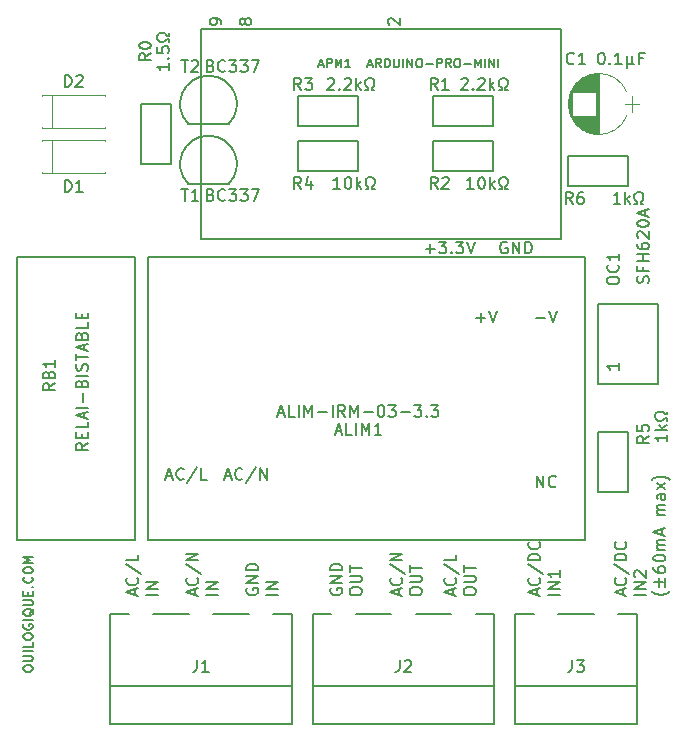
<source format=gto>
G04 #@! TF.FileFunction,Legend,Top*
%FSLAX46Y46*%
G04 Gerber Fmt 4.6, Leading zero omitted, Abs format (unit mm)*
G04 Created by KiCad (PCBNEW 4.0.6) date Thursday, 20 April 2017 'à' 14:26:24*
%MOMM*%
%LPD*%
G01*
G04 APERTURE LIST*
%ADD10C,0.100000*%
%ADD11C,0.150000*%
%ADD12C,0.120000*%
G04 APERTURE END LIST*
D10*
D11*
X75761905Y-217410713D02*
X75761905Y-217258332D01*
X75800000Y-217182141D01*
X75876190Y-217105951D01*
X76028571Y-217067856D01*
X76295238Y-217067856D01*
X76447619Y-217105951D01*
X76523810Y-217182141D01*
X76561905Y-217258332D01*
X76561905Y-217410713D01*
X76523810Y-217486903D01*
X76447619Y-217563094D01*
X76295238Y-217601189D01*
X76028571Y-217601189D01*
X75876190Y-217563094D01*
X75800000Y-217486903D01*
X75761905Y-217410713D01*
X75761905Y-216724999D02*
X76409524Y-216724999D01*
X76485714Y-216686904D01*
X76523810Y-216648808D01*
X76561905Y-216572618D01*
X76561905Y-216420237D01*
X76523810Y-216344046D01*
X76485714Y-216305951D01*
X76409524Y-216267856D01*
X75761905Y-216267856D01*
X76561905Y-215886904D02*
X75761905Y-215886904D01*
X76561905Y-215124999D02*
X76561905Y-215505952D01*
X75761905Y-215505952D01*
X75761905Y-214705952D02*
X75761905Y-214553571D01*
X75800000Y-214477380D01*
X75876190Y-214401190D01*
X76028571Y-214363095D01*
X76295238Y-214363095D01*
X76447619Y-214401190D01*
X76523810Y-214477380D01*
X76561905Y-214553571D01*
X76561905Y-214705952D01*
X76523810Y-214782142D01*
X76447619Y-214858333D01*
X76295238Y-214896428D01*
X76028571Y-214896428D01*
X75876190Y-214858333D01*
X75800000Y-214782142D01*
X75761905Y-214705952D01*
X75800000Y-213601190D02*
X75761905Y-213677381D01*
X75761905Y-213791666D01*
X75800000Y-213905952D01*
X75876190Y-213982143D01*
X75952381Y-214020238D01*
X76104762Y-214058333D01*
X76219048Y-214058333D01*
X76371429Y-214020238D01*
X76447619Y-213982143D01*
X76523810Y-213905952D01*
X76561905Y-213791666D01*
X76561905Y-213715476D01*
X76523810Y-213601190D01*
X76485714Y-213563095D01*
X76219048Y-213563095D01*
X76219048Y-213715476D01*
X76561905Y-213220238D02*
X75761905Y-213220238D01*
X76638095Y-212305952D02*
X76600000Y-212382143D01*
X76523810Y-212458333D01*
X76409524Y-212572619D01*
X76371429Y-212648810D01*
X76371429Y-212725000D01*
X76561905Y-212686905D02*
X76523810Y-212763095D01*
X76447619Y-212839286D01*
X76295238Y-212877381D01*
X76028571Y-212877381D01*
X75876190Y-212839286D01*
X75800000Y-212763095D01*
X75761905Y-212686905D01*
X75761905Y-212534524D01*
X75800000Y-212458333D01*
X75876190Y-212382143D01*
X76028571Y-212344048D01*
X76295238Y-212344048D01*
X76447619Y-212382143D01*
X76523810Y-212458333D01*
X76561905Y-212534524D01*
X76561905Y-212686905D01*
X75761905Y-212001191D02*
X76409524Y-212001191D01*
X76485714Y-211963096D01*
X76523810Y-211925000D01*
X76561905Y-211848810D01*
X76561905Y-211696429D01*
X76523810Y-211620238D01*
X76485714Y-211582143D01*
X76409524Y-211544048D01*
X75761905Y-211544048D01*
X76142857Y-211163096D02*
X76142857Y-210896429D01*
X76561905Y-210782143D02*
X76561905Y-211163096D01*
X75761905Y-211163096D01*
X75761905Y-210782143D01*
X76485714Y-210439286D02*
X76523810Y-210401191D01*
X76561905Y-210439286D01*
X76523810Y-210477381D01*
X76485714Y-210439286D01*
X76561905Y-210439286D01*
X76485714Y-209601191D02*
X76523810Y-209639286D01*
X76561905Y-209753572D01*
X76561905Y-209829762D01*
X76523810Y-209944048D01*
X76447619Y-210020239D01*
X76371429Y-210058334D01*
X76219048Y-210096429D01*
X76104762Y-210096429D01*
X75952381Y-210058334D01*
X75876190Y-210020239D01*
X75800000Y-209944048D01*
X75761905Y-209829762D01*
X75761905Y-209753572D01*
X75800000Y-209639286D01*
X75838095Y-209601191D01*
X75761905Y-209105953D02*
X75761905Y-208953572D01*
X75800000Y-208877381D01*
X75876190Y-208801191D01*
X76028571Y-208763096D01*
X76295238Y-208763096D01*
X76447619Y-208801191D01*
X76523810Y-208877381D01*
X76561905Y-208953572D01*
X76561905Y-209105953D01*
X76523810Y-209182143D01*
X76447619Y-209258334D01*
X76295238Y-209296429D01*
X76028571Y-209296429D01*
X75876190Y-209258334D01*
X75800000Y-209182143D01*
X75761905Y-209105953D01*
X76561905Y-208420239D02*
X75761905Y-208420239D01*
X76333333Y-208153572D01*
X75761905Y-207886905D01*
X76561905Y-207886905D01*
X126532667Y-211137524D02*
X126532667Y-210661333D01*
X126818381Y-211232762D02*
X125818381Y-210899429D01*
X126818381Y-210566095D01*
X126723143Y-209661333D02*
X126770762Y-209708952D01*
X126818381Y-209851809D01*
X126818381Y-209947047D01*
X126770762Y-210089905D01*
X126675524Y-210185143D01*
X126580286Y-210232762D01*
X126389810Y-210280381D01*
X126246952Y-210280381D01*
X126056476Y-210232762D01*
X125961238Y-210185143D01*
X125866000Y-210089905D01*
X125818381Y-209947047D01*
X125818381Y-209851809D01*
X125866000Y-209708952D01*
X125913619Y-209661333D01*
X125770762Y-208518476D02*
X127056476Y-209375619D01*
X126818381Y-208185143D02*
X125818381Y-208185143D01*
X125818381Y-207947048D01*
X125866000Y-207804190D01*
X125961238Y-207708952D01*
X126056476Y-207661333D01*
X126246952Y-207613714D01*
X126389810Y-207613714D01*
X126580286Y-207661333D01*
X126675524Y-207708952D01*
X126770762Y-207804190D01*
X126818381Y-207947048D01*
X126818381Y-208185143D01*
X126723143Y-206613714D02*
X126770762Y-206661333D01*
X126818381Y-206804190D01*
X126818381Y-206899428D01*
X126770762Y-207042286D01*
X126675524Y-207137524D01*
X126580286Y-207185143D01*
X126389810Y-207232762D01*
X126246952Y-207232762D01*
X126056476Y-207185143D01*
X125961238Y-207137524D01*
X125866000Y-207042286D01*
X125818381Y-206899428D01*
X125818381Y-206804190D01*
X125866000Y-206661333D01*
X125913619Y-206613714D01*
X128468381Y-211089905D02*
X127468381Y-211089905D01*
X128468381Y-210613715D02*
X127468381Y-210613715D01*
X128468381Y-210042286D01*
X127468381Y-210042286D01*
X127563619Y-209613715D02*
X127516000Y-209566096D01*
X127468381Y-209470858D01*
X127468381Y-209232762D01*
X127516000Y-209137524D01*
X127563619Y-209089905D01*
X127658857Y-209042286D01*
X127754095Y-209042286D01*
X127896952Y-209089905D01*
X128468381Y-209661334D01*
X128468381Y-209042286D01*
X130499333Y-210804190D02*
X130451714Y-210851810D01*
X130308857Y-210947048D01*
X130213619Y-210994667D01*
X130070762Y-211042286D01*
X129832667Y-211089905D01*
X129642190Y-211089905D01*
X129404095Y-211042286D01*
X129261238Y-210994667D01*
X129166000Y-210947048D01*
X129023143Y-210851810D01*
X128975524Y-210804190D01*
X129546952Y-210423238D02*
X129546952Y-209661333D01*
X129927905Y-210042285D02*
X129166000Y-210042285D01*
X130118381Y-209661333D02*
X130118381Y-210423238D01*
X129118381Y-208756571D02*
X129118381Y-208947048D01*
X129166000Y-209042286D01*
X129213619Y-209089905D01*
X129356476Y-209185143D01*
X129546952Y-209232762D01*
X129927905Y-209232762D01*
X130023143Y-209185143D01*
X130070762Y-209137524D01*
X130118381Y-209042286D01*
X130118381Y-208851809D01*
X130070762Y-208756571D01*
X130023143Y-208708952D01*
X129927905Y-208661333D01*
X129689810Y-208661333D01*
X129594571Y-208708952D01*
X129546952Y-208756571D01*
X129499333Y-208851809D01*
X129499333Y-209042286D01*
X129546952Y-209137524D01*
X129594571Y-209185143D01*
X129689810Y-209232762D01*
X129118381Y-208042286D02*
X129118381Y-207947047D01*
X129166000Y-207851809D01*
X129213619Y-207804190D01*
X129308857Y-207756571D01*
X129499333Y-207708952D01*
X129737429Y-207708952D01*
X129927905Y-207756571D01*
X130023143Y-207804190D01*
X130070762Y-207851809D01*
X130118381Y-207947047D01*
X130118381Y-208042286D01*
X130070762Y-208137524D01*
X130023143Y-208185143D01*
X129927905Y-208232762D01*
X129737429Y-208280381D01*
X129499333Y-208280381D01*
X129308857Y-208232762D01*
X129213619Y-208185143D01*
X129166000Y-208137524D01*
X129118381Y-208042286D01*
X130118381Y-207280381D02*
X129451714Y-207280381D01*
X129546952Y-207280381D02*
X129499333Y-207232762D01*
X129451714Y-207137524D01*
X129451714Y-206994666D01*
X129499333Y-206899428D01*
X129594571Y-206851809D01*
X130118381Y-206851809D01*
X129594571Y-206851809D02*
X129499333Y-206804190D01*
X129451714Y-206708952D01*
X129451714Y-206566095D01*
X129499333Y-206470857D01*
X129594571Y-206423238D01*
X130118381Y-206423238D01*
X129832667Y-205994667D02*
X129832667Y-205518476D01*
X130118381Y-206089905D02*
X129118381Y-205756572D01*
X130118381Y-205423238D01*
X130118381Y-204328000D02*
X129451714Y-204328000D01*
X129546952Y-204328000D02*
X129499333Y-204280381D01*
X129451714Y-204185143D01*
X129451714Y-204042285D01*
X129499333Y-203947047D01*
X129594571Y-203899428D01*
X130118381Y-203899428D01*
X129594571Y-203899428D02*
X129499333Y-203851809D01*
X129451714Y-203756571D01*
X129451714Y-203613714D01*
X129499333Y-203518476D01*
X129594571Y-203470857D01*
X130118381Y-203470857D01*
X130118381Y-202566095D02*
X129594571Y-202566095D01*
X129499333Y-202613714D01*
X129451714Y-202708952D01*
X129451714Y-202899429D01*
X129499333Y-202994667D01*
X130070762Y-202566095D02*
X130118381Y-202661333D01*
X130118381Y-202899429D01*
X130070762Y-202994667D01*
X129975524Y-203042286D01*
X129880286Y-203042286D01*
X129785048Y-202994667D01*
X129737429Y-202899429D01*
X129737429Y-202661333D01*
X129689810Y-202566095D01*
X130118381Y-202185143D02*
X129451714Y-201661333D01*
X129451714Y-202185143D02*
X130118381Y-201661333D01*
X130499333Y-201375619D02*
X130451714Y-201328000D01*
X130308857Y-201232762D01*
X130213619Y-201185143D01*
X130070762Y-201137524D01*
X129832667Y-201089905D01*
X129642190Y-201089905D01*
X129404095Y-201137524D01*
X129261238Y-201185143D01*
X129166000Y-201232762D01*
X129023143Y-201328000D01*
X128975524Y-201375619D01*
X119229667Y-211137524D02*
X119229667Y-210661333D01*
X119515381Y-211232762D02*
X118515381Y-210899429D01*
X119515381Y-210566095D01*
X119420143Y-209661333D02*
X119467762Y-209708952D01*
X119515381Y-209851809D01*
X119515381Y-209947047D01*
X119467762Y-210089905D01*
X119372524Y-210185143D01*
X119277286Y-210232762D01*
X119086810Y-210280381D01*
X118943952Y-210280381D01*
X118753476Y-210232762D01*
X118658238Y-210185143D01*
X118563000Y-210089905D01*
X118515381Y-209947047D01*
X118515381Y-209851809D01*
X118563000Y-209708952D01*
X118610619Y-209661333D01*
X118467762Y-208518476D02*
X119753476Y-209375619D01*
X119515381Y-208185143D02*
X118515381Y-208185143D01*
X118515381Y-207947048D01*
X118563000Y-207804190D01*
X118658238Y-207708952D01*
X118753476Y-207661333D01*
X118943952Y-207613714D01*
X119086810Y-207613714D01*
X119277286Y-207661333D01*
X119372524Y-207708952D01*
X119467762Y-207804190D01*
X119515381Y-207947048D01*
X119515381Y-208185143D01*
X119420143Y-206613714D02*
X119467762Y-206661333D01*
X119515381Y-206804190D01*
X119515381Y-206899428D01*
X119467762Y-207042286D01*
X119372524Y-207137524D01*
X119277286Y-207185143D01*
X119086810Y-207232762D01*
X118943952Y-207232762D01*
X118753476Y-207185143D01*
X118658238Y-207137524D01*
X118563000Y-207042286D01*
X118515381Y-206899428D01*
X118515381Y-206804190D01*
X118563000Y-206661333D01*
X118610619Y-206613714D01*
X121165381Y-211089905D02*
X120165381Y-211089905D01*
X121165381Y-210613715D02*
X120165381Y-210613715D01*
X121165381Y-210042286D01*
X120165381Y-210042286D01*
X121165381Y-209042286D02*
X121165381Y-209613715D01*
X121165381Y-209328001D02*
X120165381Y-209328001D01*
X120308238Y-209423239D01*
X120403476Y-209518477D01*
X120451095Y-209613715D01*
X101799000Y-210566095D02*
X101751381Y-210661333D01*
X101751381Y-210804190D01*
X101799000Y-210947048D01*
X101894238Y-211042286D01*
X101989476Y-211089905D01*
X102179952Y-211137524D01*
X102322810Y-211137524D01*
X102513286Y-211089905D01*
X102608524Y-211042286D01*
X102703762Y-210947048D01*
X102751381Y-210804190D01*
X102751381Y-210708952D01*
X102703762Y-210566095D01*
X102656143Y-210518476D01*
X102322810Y-210518476D01*
X102322810Y-210708952D01*
X102751381Y-210089905D02*
X101751381Y-210089905D01*
X102751381Y-209518476D01*
X101751381Y-209518476D01*
X102751381Y-209042286D02*
X101751381Y-209042286D01*
X101751381Y-208804191D01*
X101799000Y-208661333D01*
X101894238Y-208566095D01*
X101989476Y-208518476D01*
X102179952Y-208470857D01*
X102322810Y-208470857D01*
X102513286Y-208518476D01*
X102608524Y-208566095D01*
X102703762Y-208661333D01*
X102751381Y-208804191D01*
X102751381Y-209042286D01*
X103401381Y-210899429D02*
X103401381Y-210708952D01*
X103449000Y-210613714D01*
X103544238Y-210518476D01*
X103734714Y-210470857D01*
X104068048Y-210470857D01*
X104258524Y-210518476D01*
X104353762Y-210613714D01*
X104401381Y-210708952D01*
X104401381Y-210899429D01*
X104353762Y-210994667D01*
X104258524Y-211089905D01*
X104068048Y-211137524D01*
X103734714Y-211137524D01*
X103544238Y-211089905D01*
X103449000Y-210994667D01*
X103401381Y-210899429D01*
X103401381Y-210042286D02*
X104210905Y-210042286D01*
X104306143Y-209994667D01*
X104353762Y-209947048D01*
X104401381Y-209851810D01*
X104401381Y-209661333D01*
X104353762Y-209566095D01*
X104306143Y-209518476D01*
X104210905Y-209470857D01*
X103401381Y-209470857D01*
X103401381Y-209137524D02*
X103401381Y-208566095D01*
X104401381Y-208851810D02*
X103401381Y-208851810D01*
X107545667Y-211137524D02*
X107545667Y-210661333D01*
X107831381Y-211232762D02*
X106831381Y-210899429D01*
X107831381Y-210566095D01*
X107736143Y-209661333D02*
X107783762Y-209708952D01*
X107831381Y-209851809D01*
X107831381Y-209947047D01*
X107783762Y-210089905D01*
X107688524Y-210185143D01*
X107593286Y-210232762D01*
X107402810Y-210280381D01*
X107259952Y-210280381D01*
X107069476Y-210232762D01*
X106974238Y-210185143D01*
X106879000Y-210089905D01*
X106831381Y-209947047D01*
X106831381Y-209851809D01*
X106879000Y-209708952D01*
X106926619Y-209661333D01*
X106783762Y-208518476D02*
X108069476Y-209375619D01*
X107831381Y-208185143D02*
X106831381Y-208185143D01*
X107831381Y-207613714D01*
X106831381Y-207613714D01*
X108481381Y-210899429D02*
X108481381Y-210708952D01*
X108529000Y-210613714D01*
X108624238Y-210518476D01*
X108814714Y-210470857D01*
X109148048Y-210470857D01*
X109338524Y-210518476D01*
X109433762Y-210613714D01*
X109481381Y-210708952D01*
X109481381Y-210899429D01*
X109433762Y-210994667D01*
X109338524Y-211089905D01*
X109148048Y-211137524D01*
X108814714Y-211137524D01*
X108624238Y-211089905D01*
X108529000Y-210994667D01*
X108481381Y-210899429D01*
X108481381Y-210042286D02*
X109290905Y-210042286D01*
X109386143Y-209994667D01*
X109433762Y-209947048D01*
X109481381Y-209851810D01*
X109481381Y-209661333D01*
X109433762Y-209566095D01*
X109386143Y-209518476D01*
X109290905Y-209470857D01*
X108481381Y-209470857D01*
X108481381Y-209137524D02*
X108481381Y-208566095D01*
X109481381Y-208851810D02*
X108481381Y-208851810D01*
X112117667Y-211137524D02*
X112117667Y-210661333D01*
X112403381Y-211232762D02*
X111403381Y-210899429D01*
X112403381Y-210566095D01*
X112308143Y-209661333D02*
X112355762Y-209708952D01*
X112403381Y-209851809D01*
X112403381Y-209947047D01*
X112355762Y-210089905D01*
X112260524Y-210185143D01*
X112165286Y-210232762D01*
X111974810Y-210280381D01*
X111831952Y-210280381D01*
X111641476Y-210232762D01*
X111546238Y-210185143D01*
X111451000Y-210089905D01*
X111403381Y-209947047D01*
X111403381Y-209851809D01*
X111451000Y-209708952D01*
X111498619Y-209661333D01*
X111355762Y-208518476D02*
X112641476Y-209375619D01*
X112403381Y-207708952D02*
X112403381Y-208185143D01*
X111403381Y-208185143D01*
X113053381Y-210899429D02*
X113053381Y-210708952D01*
X113101000Y-210613714D01*
X113196238Y-210518476D01*
X113386714Y-210470857D01*
X113720048Y-210470857D01*
X113910524Y-210518476D01*
X114005762Y-210613714D01*
X114053381Y-210708952D01*
X114053381Y-210899429D01*
X114005762Y-210994667D01*
X113910524Y-211089905D01*
X113720048Y-211137524D01*
X113386714Y-211137524D01*
X113196238Y-211089905D01*
X113101000Y-210994667D01*
X113053381Y-210899429D01*
X113053381Y-210042286D02*
X113862905Y-210042286D01*
X113958143Y-209994667D01*
X114005762Y-209947048D01*
X114053381Y-209851810D01*
X114053381Y-209661333D01*
X114005762Y-209566095D01*
X113958143Y-209518476D01*
X113862905Y-209470857D01*
X113053381Y-209470857D01*
X113053381Y-209137524D02*
X113053381Y-208566095D01*
X114053381Y-208851810D02*
X113053381Y-208851810D01*
X94687000Y-210566095D02*
X94639381Y-210661333D01*
X94639381Y-210804190D01*
X94687000Y-210947048D01*
X94782238Y-211042286D01*
X94877476Y-211089905D01*
X95067952Y-211137524D01*
X95210810Y-211137524D01*
X95401286Y-211089905D01*
X95496524Y-211042286D01*
X95591762Y-210947048D01*
X95639381Y-210804190D01*
X95639381Y-210708952D01*
X95591762Y-210566095D01*
X95544143Y-210518476D01*
X95210810Y-210518476D01*
X95210810Y-210708952D01*
X95639381Y-210089905D02*
X94639381Y-210089905D01*
X95639381Y-209518476D01*
X94639381Y-209518476D01*
X95639381Y-209042286D02*
X94639381Y-209042286D01*
X94639381Y-208804191D01*
X94687000Y-208661333D01*
X94782238Y-208566095D01*
X94877476Y-208518476D01*
X95067952Y-208470857D01*
X95210810Y-208470857D01*
X95401286Y-208518476D01*
X95496524Y-208566095D01*
X95591762Y-208661333D01*
X95639381Y-208804191D01*
X95639381Y-209042286D01*
X97289381Y-211089905D02*
X96289381Y-211089905D01*
X97289381Y-210613715D02*
X96289381Y-210613715D01*
X97289381Y-210042286D01*
X96289381Y-210042286D01*
X90273667Y-211137524D02*
X90273667Y-210661333D01*
X90559381Y-211232762D02*
X89559381Y-210899429D01*
X90559381Y-210566095D01*
X90464143Y-209661333D02*
X90511762Y-209708952D01*
X90559381Y-209851809D01*
X90559381Y-209947047D01*
X90511762Y-210089905D01*
X90416524Y-210185143D01*
X90321286Y-210232762D01*
X90130810Y-210280381D01*
X89987952Y-210280381D01*
X89797476Y-210232762D01*
X89702238Y-210185143D01*
X89607000Y-210089905D01*
X89559381Y-209947047D01*
X89559381Y-209851809D01*
X89607000Y-209708952D01*
X89654619Y-209661333D01*
X89511762Y-208518476D02*
X90797476Y-209375619D01*
X90559381Y-208185143D02*
X89559381Y-208185143D01*
X90559381Y-207613714D01*
X89559381Y-207613714D01*
X92209381Y-211089905D02*
X91209381Y-211089905D01*
X92209381Y-210613715D02*
X91209381Y-210613715D01*
X92209381Y-210042286D01*
X91209381Y-210042286D01*
X85193667Y-211137524D02*
X85193667Y-210661333D01*
X85479381Y-211232762D02*
X84479381Y-210899429D01*
X85479381Y-210566095D01*
X85384143Y-209661333D02*
X85431762Y-209708952D01*
X85479381Y-209851809D01*
X85479381Y-209947047D01*
X85431762Y-210089905D01*
X85336524Y-210185143D01*
X85241286Y-210232762D01*
X85050810Y-210280381D01*
X84907952Y-210280381D01*
X84717476Y-210232762D01*
X84622238Y-210185143D01*
X84527000Y-210089905D01*
X84479381Y-209947047D01*
X84479381Y-209851809D01*
X84527000Y-209708952D01*
X84574619Y-209661333D01*
X84431762Y-208518476D02*
X85717476Y-209375619D01*
X85479381Y-207708952D02*
X85479381Y-208185143D01*
X84479381Y-208185143D01*
X87129381Y-211089905D02*
X86129381Y-211089905D01*
X87129381Y-210613715D02*
X86129381Y-210613715D01*
X87129381Y-210042286D01*
X86129381Y-210042286D01*
X99060000Y-168910000D02*
X104140000Y-168910000D01*
X104140000Y-168910000D02*
X104140000Y-171450000D01*
X104140000Y-171450000D02*
X99060000Y-171450000D01*
X99060000Y-171450000D02*
X99060000Y-168910000D01*
X85725000Y-174625000D02*
X85725000Y-169545000D01*
X85725000Y-169545000D02*
X88265000Y-169545000D01*
X88265000Y-169545000D02*
X88265000Y-174625000D01*
X88265000Y-174625000D02*
X85725000Y-174625000D01*
X124460000Y-193270000D02*
X129540000Y-193270000D01*
X129540000Y-193270000D02*
X129540000Y-186460000D01*
X129540000Y-186460000D02*
X124460000Y-186460000D01*
X124460000Y-186460000D02*
X124460000Y-193270000D01*
X117395000Y-212715000D02*
X117395000Y-222075000D01*
X117395000Y-222075000D02*
X127715000Y-222075000D01*
X127715000Y-222075000D02*
X127715000Y-212715000D01*
X117395000Y-212715000D02*
X118965000Y-212715000D01*
X127715000Y-212715000D02*
X126145000Y-212715000D01*
X121065000Y-212715000D02*
X124045000Y-212715000D01*
X117395000Y-218795000D02*
X127715000Y-218795000D01*
X100250000Y-212715000D02*
X100250000Y-222075000D01*
X100250000Y-222075000D02*
X115650000Y-222075000D01*
X115650000Y-222075000D02*
X115650000Y-212715000D01*
X100250000Y-212715000D02*
X101820000Y-212715000D01*
X115650000Y-212715000D02*
X114080000Y-212715000D01*
X103920000Y-212715000D02*
X106900000Y-212715000D01*
X109000000Y-212715000D02*
X111980000Y-212715000D01*
X100250000Y-218795000D02*
X115650000Y-218795000D01*
X83105000Y-212715000D02*
X83105000Y-222075000D01*
X83105000Y-222075000D02*
X98505000Y-222075000D01*
X98505000Y-222075000D02*
X98505000Y-212715000D01*
X83105000Y-212715000D02*
X84675000Y-212715000D01*
X98505000Y-212715000D02*
X96935000Y-212715000D01*
X86775000Y-212715000D02*
X89755000Y-212715000D01*
X91855000Y-212715000D02*
X94835000Y-212715000D01*
X83105000Y-218795000D02*
X98505000Y-218795000D01*
X121285000Y-163195000D02*
X121285000Y-180975000D01*
X121285000Y-180975000D02*
X90805000Y-180975000D01*
X90805000Y-180975000D02*
X90805000Y-163195000D01*
X90805000Y-163195000D02*
X121285000Y-163195000D01*
D12*
X77350000Y-172710000D02*
X77350000Y-172580000D01*
X77350000Y-172580000D02*
X82670000Y-172580000D01*
X82670000Y-172580000D02*
X82670000Y-172710000D01*
X77350000Y-175270000D02*
X77350000Y-175400000D01*
X77350000Y-175400000D02*
X82670000Y-175400000D01*
X82670000Y-175400000D02*
X82670000Y-175270000D01*
X78190000Y-172580000D02*
X78190000Y-175400000D01*
D11*
X86360000Y-182500000D02*
X123360000Y-182500000D01*
X123360000Y-182500000D02*
X123360000Y-206500000D01*
X123360000Y-206500000D02*
X86360000Y-206500000D01*
X86360000Y-206500000D02*
X86360000Y-182500000D01*
D12*
X122083137Y-170526400D02*
G75*
G03X126877436Y-170525000I2396863J981400D01*
G01*
X122083137Y-168563600D02*
G75*
G02X126877436Y-168565000I2396863J-981400D01*
G01*
X122083137Y-168563600D02*
G75*
G03X122082564Y-170525000I2396863J-981400D01*
G01*
X124480000Y-172095000D02*
X124480000Y-166995000D01*
X124440000Y-172095000D02*
X124440000Y-166995000D01*
X124400000Y-172094000D02*
X124400000Y-166996000D01*
X124360000Y-172093000D02*
X124360000Y-166997000D01*
X124320000Y-172091000D02*
X124320000Y-166999000D01*
X124280000Y-172088000D02*
X124280000Y-167002000D01*
X124240000Y-172084000D02*
X124240000Y-167006000D01*
X124200000Y-172080000D02*
X124200000Y-170525000D01*
X124200000Y-168565000D02*
X124200000Y-167010000D01*
X124160000Y-172076000D02*
X124160000Y-170525000D01*
X124160000Y-168565000D02*
X124160000Y-167014000D01*
X124120000Y-172070000D02*
X124120000Y-170525000D01*
X124120000Y-168565000D02*
X124120000Y-167020000D01*
X124080000Y-172064000D02*
X124080000Y-170525000D01*
X124080000Y-168565000D02*
X124080000Y-167026000D01*
X124040000Y-172058000D02*
X124040000Y-170525000D01*
X124040000Y-168565000D02*
X124040000Y-167032000D01*
X124000000Y-172051000D02*
X124000000Y-170525000D01*
X124000000Y-168565000D02*
X124000000Y-167039000D01*
X123960000Y-172043000D02*
X123960000Y-170525000D01*
X123960000Y-168565000D02*
X123960000Y-167047000D01*
X123920000Y-172034000D02*
X123920000Y-170525000D01*
X123920000Y-168565000D02*
X123920000Y-167056000D01*
X123880000Y-172025000D02*
X123880000Y-170525000D01*
X123880000Y-168565000D02*
X123880000Y-167065000D01*
X123840000Y-172015000D02*
X123840000Y-170525000D01*
X123840000Y-168565000D02*
X123840000Y-167075000D01*
X123800000Y-172005000D02*
X123800000Y-170525000D01*
X123800000Y-168565000D02*
X123800000Y-167085000D01*
X123759000Y-171993000D02*
X123759000Y-170525000D01*
X123759000Y-168565000D02*
X123759000Y-167097000D01*
X123719000Y-171981000D02*
X123719000Y-170525000D01*
X123719000Y-168565000D02*
X123719000Y-167109000D01*
X123679000Y-171969000D02*
X123679000Y-170525000D01*
X123679000Y-168565000D02*
X123679000Y-167121000D01*
X123639000Y-171955000D02*
X123639000Y-170525000D01*
X123639000Y-168565000D02*
X123639000Y-167135000D01*
X123599000Y-171941000D02*
X123599000Y-170525000D01*
X123599000Y-168565000D02*
X123599000Y-167149000D01*
X123559000Y-171927000D02*
X123559000Y-170525000D01*
X123559000Y-168565000D02*
X123559000Y-167163000D01*
X123519000Y-171911000D02*
X123519000Y-170525000D01*
X123519000Y-168565000D02*
X123519000Y-167179000D01*
X123479000Y-171895000D02*
X123479000Y-170525000D01*
X123479000Y-168565000D02*
X123479000Y-167195000D01*
X123439000Y-171878000D02*
X123439000Y-170525000D01*
X123439000Y-168565000D02*
X123439000Y-167212000D01*
X123399000Y-171860000D02*
X123399000Y-170525000D01*
X123399000Y-168565000D02*
X123399000Y-167230000D01*
X123359000Y-171841000D02*
X123359000Y-170525000D01*
X123359000Y-168565000D02*
X123359000Y-167249000D01*
X123319000Y-171821000D02*
X123319000Y-170525000D01*
X123319000Y-168565000D02*
X123319000Y-167269000D01*
X123279000Y-171801000D02*
X123279000Y-170525000D01*
X123279000Y-168565000D02*
X123279000Y-167289000D01*
X123239000Y-171779000D02*
X123239000Y-170525000D01*
X123239000Y-168565000D02*
X123239000Y-167311000D01*
X123199000Y-171757000D02*
X123199000Y-170525000D01*
X123199000Y-168565000D02*
X123199000Y-167333000D01*
X123159000Y-171734000D02*
X123159000Y-170525000D01*
X123159000Y-168565000D02*
X123159000Y-167356000D01*
X123119000Y-171710000D02*
X123119000Y-170525000D01*
X123119000Y-168565000D02*
X123119000Y-167380000D01*
X123079000Y-171685000D02*
X123079000Y-170525000D01*
X123079000Y-168565000D02*
X123079000Y-167405000D01*
X123039000Y-171658000D02*
X123039000Y-170525000D01*
X123039000Y-168565000D02*
X123039000Y-167432000D01*
X122999000Y-171631000D02*
X122999000Y-170525000D01*
X122999000Y-168565000D02*
X122999000Y-167459000D01*
X122959000Y-171603000D02*
X122959000Y-170525000D01*
X122959000Y-168565000D02*
X122959000Y-167487000D01*
X122919000Y-171573000D02*
X122919000Y-170525000D01*
X122919000Y-168565000D02*
X122919000Y-167517000D01*
X122879000Y-171542000D02*
X122879000Y-170525000D01*
X122879000Y-168565000D02*
X122879000Y-167548000D01*
X122839000Y-171510000D02*
X122839000Y-170525000D01*
X122839000Y-168565000D02*
X122839000Y-167580000D01*
X122799000Y-171477000D02*
X122799000Y-170525000D01*
X122799000Y-168565000D02*
X122799000Y-167613000D01*
X122759000Y-171442000D02*
X122759000Y-170525000D01*
X122759000Y-168565000D02*
X122759000Y-167648000D01*
X122719000Y-171406000D02*
X122719000Y-170525000D01*
X122719000Y-168565000D02*
X122719000Y-167684000D01*
X122679000Y-171368000D02*
X122679000Y-170525000D01*
X122679000Y-168565000D02*
X122679000Y-167722000D01*
X122639000Y-171328000D02*
X122639000Y-170525000D01*
X122639000Y-168565000D02*
X122639000Y-167762000D01*
X122599000Y-171287000D02*
X122599000Y-170525000D01*
X122599000Y-168565000D02*
X122599000Y-167803000D01*
X122559000Y-171244000D02*
X122559000Y-170525000D01*
X122559000Y-168565000D02*
X122559000Y-167846000D01*
X122519000Y-171199000D02*
X122519000Y-170525000D01*
X122519000Y-168565000D02*
X122519000Y-167891000D01*
X122479000Y-171151000D02*
X122479000Y-170525000D01*
X122479000Y-168565000D02*
X122479000Y-167939000D01*
X122439000Y-171101000D02*
X122439000Y-170525000D01*
X122439000Y-168565000D02*
X122439000Y-167989000D01*
X122399000Y-171049000D02*
X122399000Y-170525000D01*
X122399000Y-168565000D02*
X122399000Y-168041000D01*
X122359000Y-170993000D02*
X122359000Y-170525000D01*
X122359000Y-168565000D02*
X122359000Y-168097000D01*
X122319000Y-170935000D02*
X122319000Y-170525000D01*
X122319000Y-168565000D02*
X122319000Y-168155000D01*
X122279000Y-170872000D02*
X122279000Y-170525000D01*
X122279000Y-168565000D02*
X122279000Y-168218000D01*
X122239000Y-170806000D02*
X122239000Y-168284000D01*
X122199000Y-170734000D02*
X122199000Y-168356000D01*
X122159000Y-170657000D02*
X122159000Y-168433000D01*
X122119000Y-170573000D02*
X122119000Y-168517000D01*
X122079000Y-170479000D02*
X122079000Y-168611000D01*
X122039000Y-170374000D02*
X122039000Y-168716000D01*
X121999000Y-170252000D02*
X121999000Y-168838000D01*
X121959000Y-170104000D02*
X121959000Y-168986000D01*
X121919000Y-169899000D02*
X121919000Y-169191000D01*
X127930000Y-169545000D02*
X126730000Y-169545000D01*
X127330000Y-170195000D02*
X127330000Y-168895000D01*
X77350000Y-168900000D02*
X77350000Y-168770000D01*
X77350000Y-168770000D02*
X82670000Y-168770000D01*
X82670000Y-168770000D02*
X82670000Y-168900000D01*
X77350000Y-171460000D02*
X77350000Y-171590000D01*
X77350000Y-171590000D02*
X82670000Y-171590000D01*
X82670000Y-171590000D02*
X82670000Y-171460000D01*
X78190000Y-168770000D02*
X78190000Y-171590000D01*
D11*
X115570000Y-171450000D02*
X110490000Y-171450000D01*
X110490000Y-171450000D02*
X110490000Y-168910000D01*
X110490000Y-168910000D02*
X115570000Y-168910000D01*
X115570000Y-168910000D02*
X115570000Y-171450000D01*
X115570000Y-175260000D02*
X110490000Y-175260000D01*
X110490000Y-175260000D02*
X110490000Y-172720000D01*
X110490000Y-172720000D02*
X115570000Y-172720000D01*
X115570000Y-172720000D02*
X115570000Y-175260000D01*
X99060000Y-172720000D02*
X104140000Y-172720000D01*
X104140000Y-172720000D02*
X104140000Y-175260000D01*
X104140000Y-175260000D02*
X99060000Y-175260000D01*
X99060000Y-175260000D02*
X99060000Y-172720000D01*
X124460000Y-202438000D02*
X124460000Y-197358000D01*
X124460000Y-197358000D02*
X127000000Y-197358000D01*
X127000000Y-197358000D02*
X127000000Y-202438000D01*
X127000000Y-202438000D02*
X124460000Y-202438000D01*
X121920000Y-173990000D02*
X127000000Y-173990000D01*
X127000000Y-173990000D02*
X127000000Y-176530000D01*
X127000000Y-176530000D02*
X121920000Y-176530000D01*
X121920000Y-176530000D02*
X121920000Y-173990000D01*
X85250000Y-182500000D02*
X75250000Y-182500000D01*
X85250000Y-182500000D02*
X85250000Y-206500000D01*
X85250000Y-206500000D02*
X75250000Y-206500000D01*
X75250000Y-206500000D02*
X75250000Y-182500000D01*
X89740000Y-176325000D02*
X93140000Y-176325000D01*
X89742944Y-176322056D02*
G75*
G02X91440000Y-172225000I1697056J1697056D01*
G01*
X93137056Y-176322056D02*
G75*
G03X91440000Y-172225000I-1697056J1697056D01*
G01*
X89740000Y-171245000D02*
X93140000Y-171245000D01*
X89742944Y-171242056D02*
G75*
G02X91440000Y-167145000I1697056J1697056D01*
G01*
X93137056Y-171242056D02*
G75*
G03X91440000Y-167145000I-1697056J1697056D01*
G01*
X99274334Y-168346381D02*
X98941000Y-167870190D01*
X98702905Y-168346381D02*
X98702905Y-167346381D01*
X99083858Y-167346381D01*
X99179096Y-167394000D01*
X99226715Y-167441619D01*
X99274334Y-167536857D01*
X99274334Y-167679714D01*
X99226715Y-167774952D01*
X99179096Y-167822571D01*
X99083858Y-167870190D01*
X98702905Y-167870190D01*
X99607667Y-167346381D02*
X100226715Y-167346381D01*
X99893381Y-167727333D01*
X100036239Y-167727333D01*
X100131477Y-167774952D01*
X100179096Y-167822571D01*
X100226715Y-167917810D01*
X100226715Y-168155905D01*
X100179096Y-168251143D01*
X100131477Y-168298762D01*
X100036239Y-168346381D01*
X99750524Y-168346381D01*
X99655286Y-168298762D01*
X99607667Y-168251143D01*
X101528810Y-167441619D02*
X101576429Y-167394000D01*
X101671667Y-167346381D01*
X101909763Y-167346381D01*
X102005001Y-167394000D01*
X102052620Y-167441619D01*
X102100239Y-167536857D01*
X102100239Y-167632095D01*
X102052620Y-167774952D01*
X101481191Y-168346381D01*
X102100239Y-168346381D01*
X102528810Y-168251143D02*
X102576429Y-168298762D01*
X102528810Y-168346381D01*
X102481191Y-168298762D01*
X102528810Y-168251143D01*
X102528810Y-168346381D01*
X102957381Y-167441619D02*
X103005000Y-167394000D01*
X103100238Y-167346381D01*
X103338334Y-167346381D01*
X103433572Y-167394000D01*
X103481191Y-167441619D01*
X103528810Y-167536857D01*
X103528810Y-167632095D01*
X103481191Y-167774952D01*
X102909762Y-168346381D01*
X103528810Y-168346381D01*
X103957381Y-168346381D02*
X103957381Y-167346381D01*
X104052619Y-167965429D02*
X104338334Y-168346381D01*
X104338334Y-167679714D02*
X103957381Y-168060667D01*
X104719286Y-168346381D02*
X104957381Y-168346381D01*
X104957381Y-168155905D01*
X104862143Y-168108286D01*
X104766905Y-168013048D01*
X104719286Y-167870190D01*
X104719286Y-167632095D01*
X104766905Y-167489238D01*
X104862143Y-167394000D01*
X105005000Y-167346381D01*
X105195477Y-167346381D01*
X105338334Y-167394000D01*
X105433572Y-167489238D01*
X105481191Y-167632095D01*
X105481191Y-167870190D01*
X105433572Y-168013048D01*
X105338334Y-168108286D01*
X105243096Y-168155905D01*
X105243096Y-168346381D01*
X105481191Y-168346381D01*
X86558381Y-165266666D02*
X86082190Y-165600000D01*
X86558381Y-165838095D02*
X85558381Y-165838095D01*
X85558381Y-165457142D01*
X85606000Y-165361904D01*
X85653619Y-165314285D01*
X85748857Y-165266666D01*
X85891714Y-165266666D01*
X85986952Y-165314285D01*
X86034571Y-165361904D01*
X86082190Y-165457142D01*
X86082190Y-165838095D01*
X85558381Y-164647619D02*
X85558381Y-164552380D01*
X85606000Y-164457142D01*
X85653619Y-164409523D01*
X85748857Y-164361904D01*
X85939333Y-164314285D01*
X86177429Y-164314285D01*
X86367905Y-164361904D01*
X86463143Y-164409523D01*
X86510762Y-164457142D01*
X86558381Y-164552380D01*
X86558381Y-164647619D01*
X86510762Y-164742857D01*
X86463143Y-164790476D01*
X86367905Y-164838095D01*
X86177429Y-164885714D01*
X85939333Y-164885714D01*
X85748857Y-164838095D01*
X85653619Y-164790476D01*
X85606000Y-164742857D01*
X85558381Y-164647619D01*
X88082381Y-166099999D02*
X88082381Y-166671428D01*
X88082381Y-166385714D02*
X87082381Y-166385714D01*
X87225238Y-166480952D01*
X87320476Y-166576190D01*
X87368095Y-166671428D01*
X87987143Y-165671428D02*
X88034762Y-165623809D01*
X88082381Y-165671428D01*
X88034762Y-165719047D01*
X87987143Y-165671428D01*
X88082381Y-165671428D01*
X87082381Y-164719047D02*
X87082381Y-165195238D01*
X87558571Y-165242857D01*
X87510952Y-165195238D01*
X87463333Y-165100000D01*
X87463333Y-164861904D01*
X87510952Y-164766666D01*
X87558571Y-164719047D01*
X87653810Y-164671428D01*
X87891905Y-164671428D01*
X87987143Y-164719047D01*
X88034762Y-164766666D01*
X88082381Y-164861904D01*
X88082381Y-165100000D01*
X88034762Y-165195238D01*
X87987143Y-165242857D01*
X88082381Y-164290476D02*
X88082381Y-164052381D01*
X87891905Y-164052381D01*
X87844286Y-164147619D01*
X87749048Y-164242857D01*
X87606190Y-164290476D01*
X87368095Y-164290476D01*
X87225238Y-164242857D01*
X87130000Y-164147619D01*
X87082381Y-164004762D01*
X87082381Y-163814285D01*
X87130000Y-163671428D01*
X87225238Y-163576190D01*
X87368095Y-163528571D01*
X87606190Y-163528571D01*
X87749048Y-163576190D01*
X87844286Y-163671428D01*
X87891905Y-163766666D01*
X88082381Y-163766666D01*
X88082381Y-163528571D01*
X125182381Y-184586429D02*
X125182381Y-184395952D01*
X125230000Y-184300714D01*
X125325238Y-184205476D01*
X125515714Y-184157857D01*
X125849048Y-184157857D01*
X126039524Y-184205476D01*
X126134762Y-184300714D01*
X126182381Y-184395952D01*
X126182381Y-184586429D01*
X126134762Y-184681667D01*
X126039524Y-184776905D01*
X125849048Y-184824524D01*
X125515714Y-184824524D01*
X125325238Y-184776905D01*
X125230000Y-184681667D01*
X125182381Y-184586429D01*
X126087143Y-183157857D02*
X126134762Y-183205476D01*
X126182381Y-183348333D01*
X126182381Y-183443571D01*
X126134762Y-183586429D01*
X126039524Y-183681667D01*
X125944286Y-183729286D01*
X125753810Y-183776905D01*
X125610952Y-183776905D01*
X125420476Y-183729286D01*
X125325238Y-183681667D01*
X125230000Y-183586429D01*
X125182381Y-183443571D01*
X125182381Y-183348333D01*
X125230000Y-183205476D01*
X125277619Y-183157857D01*
X126182381Y-182205476D02*
X126182381Y-182776905D01*
X126182381Y-182491191D02*
X125182381Y-182491191D01*
X125325238Y-182586429D01*
X125420476Y-182681667D01*
X125468095Y-182776905D01*
X128674762Y-184705238D02*
X128722381Y-184562381D01*
X128722381Y-184324285D01*
X128674762Y-184229047D01*
X128627143Y-184181428D01*
X128531905Y-184133809D01*
X128436667Y-184133809D01*
X128341429Y-184181428D01*
X128293810Y-184229047D01*
X128246190Y-184324285D01*
X128198571Y-184514762D01*
X128150952Y-184610000D01*
X128103333Y-184657619D01*
X128008095Y-184705238D01*
X127912857Y-184705238D01*
X127817619Y-184657619D01*
X127770000Y-184610000D01*
X127722381Y-184514762D01*
X127722381Y-184276666D01*
X127770000Y-184133809D01*
X128198571Y-183371904D02*
X128198571Y-183705238D01*
X128722381Y-183705238D02*
X127722381Y-183705238D01*
X127722381Y-183229047D01*
X128722381Y-182848095D02*
X127722381Y-182848095D01*
X128198571Y-182848095D02*
X128198571Y-182276666D01*
X128722381Y-182276666D02*
X127722381Y-182276666D01*
X127722381Y-181371904D02*
X127722381Y-181562381D01*
X127770000Y-181657619D01*
X127817619Y-181705238D01*
X127960476Y-181800476D01*
X128150952Y-181848095D01*
X128531905Y-181848095D01*
X128627143Y-181800476D01*
X128674762Y-181752857D01*
X128722381Y-181657619D01*
X128722381Y-181467142D01*
X128674762Y-181371904D01*
X128627143Y-181324285D01*
X128531905Y-181276666D01*
X128293810Y-181276666D01*
X128198571Y-181324285D01*
X128150952Y-181371904D01*
X128103333Y-181467142D01*
X128103333Y-181657619D01*
X128150952Y-181752857D01*
X128198571Y-181800476D01*
X128293810Y-181848095D01*
X127817619Y-180895714D02*
X127770000Y-180848095D01*
X127722381Y-180752857D01*
X127722381Y-180514761D01*
X127770000Y-180419523D01*
X127817619Y-180371904D01*
X127912857Y-180324285D01*
X128008095Y-180324285D01*
X128150952Y-180371904D01*
X128722381Y-180943333D01*
X128722381Y-180324285D01*
X127722381Y-179705238D02*
X127722381Y-179609999D01*
X127770000Y-179514761D01*
X127817619Y-179467142D01*
X127912857Y-179419523D01*
X128103333Y-179371904D01*
X128341429Y-179371904D01*
X128531905Y-179419523D01*
X128627143Y-179467142D01*
X128674762Y-179514761D01*
X128722381Y-179609999D01*
X128722381Y-179705238D01*
X128674762Y-179800476D01*
X128627143Y-179848095D01*
X128531905Y-179895714D01*
X128341429Y-179943333D01*
X128103333Y-179943333D01*
X127912857Y-179895714D01*
X127817619Y-179848095D01*
X127770000Y-179800476D01*
X127722381Y-179705238D01*
X128436667Y-178990952D02*
X128436667Y-178514761D01*
X128722381Y-179086190D02*
X127722381Y-178752857D01*
X128722381Y-178419523D01*
X126182381Y-191484285D02*
X126182381Y-192055714D01*
X126182381Y-191770000D02*
X125182381Y-191770000D01*
X125325238Y-191865238D01*
X125420476Y-191960476D01*
X125468095Y-192055714D01*
X122221667Y-216622381D02*
X122221667Y-217336667D01*
X122174047Y-217479524D01*
X122078809Y-217574762D01*
X121935952Y-217622381D01*
X121840714Y-217622381D01*
X122602619Y-216622381D02*
X123221667Y-216622381D01*
X122888333Y-217003333D01*
X123031191Y-217003333D01*
X123126429Y-217050952D01*
X123174048Y-217098571D01*
X123221667Y-217193810D01*
X123221667Y-217431905D01*
X123174048Y-217527143D01*
X123126429Y-217574762D01*
X123031191Y-217622381D01*
X122745476Y-217622381D01*
X122650238Y-217574762D01*
X122602619Y-217527143D01*
X107616667Y-216622381D02*
X107616667Y-217336667D01*
X107569047Y-217479524D01*
X107473809Y-217574762D01*
X107330952Y-217622381D01*
X107235714Y-217622381D01*
X108045238Y-216717619D02*
X108092857Y-216670000D01*
X108188095Y-216622381D01*
X108426191Y-216622381D01*
X108521429Y-216670000D01*
X108569048Y-216717619D01*
X108616667Y-216812857D01*
X108616667Y-216908095D01*
X108569048Y-217050952D01*
X107997619Y-217622381D01*
X108616667Y-217622381D01*
X90471667Y-216622381D02*
X90471667Y-217336667D01*
X90424047Y-217479524D01*
X90328809Y-217574762D01*
X90185952Y-217622381D01*
X90090714Y-217622381D01*
X91471667Y-217622381D02*
X90900238Y-217622381D01*
X91185952Y-217622381D02*
X91185952Y-216622381D01*
X91090714Y-216765238D01*
X90995476Y-216860476D01*
X90900238Y-216908095D01*
X100768714Y-166241000D02*
X101125857Y-166241000D01*
X100697286Y-166455286D02*
X100947286Y-165705286D01*
X101197286Y-166455286D01*
X101447285Y-166455286D02*
X101447285Y-165705286D01*
X101733000Y-165705286D01*
X101804428Y-165741000D01*
X101840143Y-165776714D01*
X101875857Y-165848143D01*
X101875857Y-165955286D01*
X101840143Y-166026714D01*
X101804428Y-166062429D01*
X101733000Y-166098143D01*
X101447285Y-166098143D01*
X102197285Y-166455286D02*
X102197285Y-165705286D01*
X102447285Y-166241000D01*
X102697285Y-165705286D01*
X102697285Y-166455286D01*
X103447286Y-166455286D02*
X103018714Y-166455286D01*
X103233000Y-166455286D02*
X103233000Y-165705286D01*
X103161571Y-165812429D01*
X103090143Y-165883857D01*
X103018714Y-165919571D01*
X104954287Y-166241000D02*
X105311430Y-166241000D01*
X104882859Y-166455286D02*
X105132859Y-165705286D01*
X105382859Y-166455286D01*
X106061430Y-166455286D02*
X105811430Y-166098143D01*
X105632858Y-166455286D02*
X105632858Y-165705286D01*
X105918573Y-165705286D01*
X105990001Y-165741000D01*
X106025716Y-165776714D01*
X106061430Y-165848143D01*
X106061430Y-165955286D01*
X106025716Y-166026714D01*
X105990001Y-166062429D01*
X105918573Y-166098143D01*
X105632858Y-166098143D01*
X106382858Y-166455286D02*
X106382858Y-165705286D01*
X106561430Y-165705286D01*
X106668573Y-165741000D01*
X106740001Y-165812429D01*
X106775716Y-165883857D01*
X106811430Y-166026714D01*
X106811430Y-166133857D01*
X106775716Y-166276714D01*
X106740001Y-166348143D01*
X106668573Y-166419571D01*
X106561430Y-166455286D01*
X106382858Y-166455286D01*
X107132858Y-165705286D02*
X107132858Y-166312429D01*
X107168573Y-166383857D01*
X107204287Y-166419571D01*
X107275716Y-166455286D01*
X107418573Y-166455286D01*
X107490001Y-166419571D01*
X107525716Y-166383857D01*
X107561430Y-166312429D01*
X107561430Y-165705286D01*
X107918572Y-166455286D02*
X107918572Y-165705286D01*
X108275715Y-166455286D02*
X108275715Y-165705286D01*
X108704287Y-166455286D01*
X108704287Y-165705286D01*
X109204287Y-165705286D02*
X109347144Y-165705286D01*
X109418572Y-165741000D01*
X109490001Y-165812429D01*
X109525715Y-165955286D01*
X109525715Y-166205286D01*
X109490001Y-166348143D01*
X109418572Y-166419571D01*
X109347144Y-166455286D01*
X109204287Y-166455286D01*
X109132858Y-166419571D01*
X109061429Y-166348143D01*
X109025715Y-166205286D01*
X109025715Y-165955286D01*
X109061429Y-165812429D01*
X109132858Y-165741000D01*
X109204287Y-165705286D01*
X109847143Y-166169571D02*
X110418572Y-166169571D01*
X110775714Y-166455286D02*
X110775714Y-165705286D01*
X111061429Y-165705286D01*
X111132857Y-165741000D01*
X111168572Y-165776714D01*
X111204286Y-165848143D01*
X111204286Y-165955286D01*
X111168572Y-166026714D01*
X111132857Y-166062429D01*
X111061429Y-166098143D01*
X110775714Y-166098143D01*
X111954286Y-166455286D02*
X111704286Y-166098143D01*
X111525714Y-166455286D02*
X111525714Y-165705286D01*
X111811429Y-165705286D01*
X111882857Y-165741000D01*
X111918572Y-165776714D01*
X111954286Y-165848143D01*
X111954286Y-165955286D01*
X111918572Y-166026714D01*
X111882857Y-166062429D01*
X111811429Y-166098143D01*
X111525714Y-166098143D01*
X112418572Y-165705286D02*
X112561429Y-165705286D01*
X112632857Y-165741000D01*
X112704286Y-165812429D01*
X112740000Y-165955286D01*
X112740000Y-166205286D01*
X112704286Y-166348143D01*
X112632857Y-166419571D01*
X112561429Y-166455286D01*
X112418572Y-166455286D01*
X112347143Y-166419571D01*
X112275714Y-166348143D01*
X112240000Y-166205286D01*
X112240000Y-165955286D01*
X112275714Y-165812429D01*
X112347143Y-165741000D01*
X112418572Y-165705286D01*
X113061428Y-166169571D02*
X113632857Y-166169571D01*
X113989999Y-166455286D02*
X113989999Y-165705286D01*
X114239999Y-166241000D01*
X114489999Y-165705286D01*
X114489999Y-166455286D01*
X114847142Y-166455286D02*
X114847142Y-165705286D01*
X115204285Y-166455286D02*
X115204285Y-165705286D01*
X115632857Y-166455286D01*
X115632857Y-165705286D01*
X115989999Y-166455286D02*
X115989999Y-165705286D01*
X116713096Y-181237000D02*
X116617858Y-181189381D01*
X116475001Y-181189381D01*
X116332143Y-181237000D01*
X116236905Y-181332238D01*
X116189286Y-181427476D01*
X116141667Y-181617952D01*
X116141667Y-181760810D01*
X116189286Y-181951286D01*
X116236905Y-182046524D01*
X116332143Y-182141762D01*
X116475001Y-182189381D01*
X116570239Y-182189381D01*
X116713096Y-182141762D01*
X116760715Y-182094143D01*
X116760715Y-181760810D01*
X116570239Y-181760810D01*
X117189286Y-182189381D02*
X117189286Y-181189381D01*
X117760715Y-182189381D01*
X117760715Y-181189381D01*
X118236905Y-182189381D02*
X118236905Y-181189381D01*
X118475000Y-181189381D01*
X118617858Y-181237000D01*
X118713096Y-181332238D01*
X118760715Y-181427476D01*
X118808334Y-181617952D01*
X118808334Y-181760810D01*
X118760715Y-181951286D01*
X118713096Y-182046524D01*
X118617858Y-182141762D01*
X118475000Y-182189381D01*
X118236905Y-182189381D01*
X109823500Y-181808429D02*
X110585405Y-181808429D01*
X110204453Y-182189381D02*
X110204453Y-181427476D01*
X110966357Y-181189381D02*
X111585405Y-181189381D01*
X111252071Y-181570333D01*
X111394929Y-181570333D01*
X111490167Y-181617952D01*
X111537786Y-181665571D01*
X111585405Y-181760810D01*
X111585405Y-181998905D01*
X111537786Y-182094143D01*
X111490167Y-182141762D01*
X111394929Y-182189381D01*
X111109214Y-182189381D01*
X111013976Y-182141762D01*
X110966357Y-182094143D01*
X112013976Y-182094143D02*
X112061595Y-182141762D01*
X112013976Y-182189381D01*
X111966357Y-182141762D01*
X112013976Y-182094143D01*
X112013976Y-182189381D01*
X112394928Y-181189381D02*
X113013976Y-181189381D01*
X112680642Y-181570333D01*
X112823500Y-181570333D01*
X112918738Y-181617952D01*
X112966357Y-181665571D01*
X113013976Y-181760810D01*
X113013976Y-181998905D01*
X112966357Y-182094143D01*
X112918738Y-182141762D01*
X112823500Y-182189381D01*
X112537785Y-182189381D01*
X112442547Y-182141762D01*
X112394928Y-182094143D01*
X113299690Y-181189381D02*
X113633023Y-182189381D01*
X113966357Y-181189381D01*
X106735619Y-162845714D02*
X106688000Y-162798095D01*
X106640381Y-162702857D01*
X106640381Y-162464761D01*
X106688000Y-162369523D01*
X106735619Y-162321904D01*
X106830857Y-162274285D01*
X106926095Y-162274285D01*
X107068952Y-162321904D01*
X107640381Y-162893333D01*
X107640381Y-162274285D01*
X94495952Y-162655238D02*
X94448333Y-162750476D01*
X94400714Y-162798095D01*
X94305476Y-162845714D01*
X94257857Y-162845714D01*
X94162619Y-162798095D01*
X94115000Y-162750476D01*
X94067381Y-162655238D01*
X94067381Y-162464761D01*
X94115000Y-162369523D01*
X94162619Y-162321904D01*
X94257857Y-162274285D01*
X94305476Y-162274285D01*
X94400714Y-162321904D01*
X94448333Y-162369523D01*
X94495952Y-162464761D01*
X94495952Y-162655238D01*
X94543571Y-162750476D01*
X94591190Y-162798095D01*
X94686429Y-162845714D01*
X94876905Y-162845714D01*
X94972143Y-162798095D01*
X95019762Y-162750476D01*
X95067381Y-162655238D01*
X95067381Y-162464761D01*
X95019762Y-162369523D01*
X94972143Y-162321904D01*
X94876905Y-162274285D01*
X94686429Y-162274285D01*
X94591190Y-162321904D01*
X94543571Y-162369523D01*
X94495952Y-162464761D01*
X92527381Y-162750476D02*
X92527381Y-162560000D01*
X92479762Y-162464761D01*
X92432143Y-162417142D01*
X92289286Y-162321904D01*
X92098810Y-162274285D01*
X91717857Y-162274285D01*
X91622619Y-162321904D01*
X91575000Y-162369523D01*
X91527381Y-162464761D01*
X91527381Y-162655238D01*
X91575000Y-162750476D01*
X91622619Y-162798095D01*
X91717857Y-162845714D01*
X91955952Y-162845714D01*
X92051190Y-162798095D01*
X92098810Y-162750476D01*
X92146429Y-162655238D01*
X92146429Y-162464761D01*
X92098810Y-162369523D01*
X92051190Y-162321904D01*
X91955952Y-162274285D01*
X79271905Y-176982381D02*
X79271905Y-175982381D01*
X79510000Y-175982381D01*
X79652858Y-176030000D01*
X79748096Y-176125238D01*
X79795715Y-176220476D01*
X79843334Y-176410952D01*
X79843334Y-176553810D01*
X79795715Y-176744286D01*
X79748096Y-176839524D01*
X79652858Y-176934762D01*
X79510000Y-176982381D01*
X79271905Y-176982381D01*
X80795715Y-176982381D02*
X80224286Y-176982381D01*
X80510000Y-176982381D02*
X80510000Y-175982381D01*
X80414762Y-176125238D01*
X80319524Y-176220476D01*
X80224286Y-176268095D01*
X102211429Y-197270667D02*
X102687620Y-197270667D01*
X102116191Y-197556381D02*
X102449524Y-196556381D01*
X102782858Y-197556381D01*
X103592382Y-197556381D02*
X103116191Y-197556381D01*
X103116191Y-196556381D01*
X103925715Y-197556381D02*
X103925715Y-196556381D01*
X104401905Y-197556381D02*
X104401905Y-196556381D01*
X104735239Y-197270667D01*
X105068572Y-196556381D01*
X105068572Y-197556381D01*
X106068572Y-197556381D02*
X105497143Y-197556381D01*
X105782857Y-197556381D02*
X105782857Y-196556381D01*
X105687619Y-196699238D01*
X105592381Y-196794476D01*
X105497143Y-196842095D01*
X97378096Y-195746667D02*
X97854287Y-195746667D01*
X97282858Y-196032381D02*
X97616191Y-195032381D01*
X97949525Y-196032381D01*
X98759049Y-196032381D02*
X98282858Y-196032381D01*
X98282858Y-195032381D01*
X99092382Y-196032381D02*
X99092382Y-195032381D01*
X99568572Y-196032381D02*
X99568572Y-195032381D01*
X99901906Y-195746667D01*
X100235239Y-195032381D01*
X100235239Y-196032381D01*
X100711429Y-195651429D02*
X101473334Y-195651429D01*
X101949524Y-196032381D02*
X101949524Y-195032381D01*
X102997143Y-196032381D02*
X102663809Y-195556190D01*
X102425714Y-196032381D02*
X102425714Y-195032381D01*
X102806667Y-195032381D01*
X102901905Y-195080000D01*
X102949524Y-195127619D01*
X102997143Y-195222857D01*
X102997143Y-195365714D01*
X102949524Y-195460952D01*
X102901905Y-195508571D01*
X102806667Y-195556190D01*
X102425714Y-195556190D01*
X103425714Y-196032381D02*
X103425714Y-195032381D01*
X103759048Y-195746667D01*
X104092381Y-195032381D01*
X104092381Y-196032381D01*
X104568571Y-195651429D02*
X105330476Y-195651429D01*
X105997142Y-195032381D02*
X106092381Y-195032381D01*
X106187619Y-195080000D01*
X106235238Y-195127619D01*
X106282857Y-195222857D01*
X106330476Y-195413333D01*
X106330476Y-195651429D01*
X106282857Y-195841905D01*
X106235238Y-195937143D01*
X106187619Y-195984762D01*
X106092381Y-196032381D01*
X105997142Y-196032381D01*
X105901904Y-195984762D01*
X105854285Y-195937143D01*
X105806666Y-195841905D01*
X105759047Y-195651429D01*
X105759047Y-195413333D01*
X105806666Y-195222857D01*
X105854285Y-195127619D01*
X105901904Y-195080000D01*
X105997142Y-195032381D01*
X106663809Y-195032381D02*
X107282857Y-195032381D01*
X106949523Y-195413333D01*
X107092381Y-195413333D01*
X107187619Y-195460952D01*
X107235238Y-195508571D01*
X107282857Y-195603810D01*
X107282857Y-195841905D01*
X107235238Y-195937143D01*
X107187619Y-195984762D01*
X107092381Y-196032381D01*
X106806666Y-196032381D01*
X106711428Y-195984762D01*
X106663809Y-195937143D01*
X107711428Y-195651429D02*
X108473333Y-195651429D01*
X108854285Y-195032381D02*
X109473333Y-195032381D01*
X109139999Y-195413333D01*
X109282857Y-195413333D01*
X109378095Y-195460952D01*
X109425714Y-195508571D01*
X109473333Y-195603810D01*
X109473333Y-195841905D01*
X109425714Y-195937143D01*
X109378095Y-195984762D01*
X109282857Y-196032381D01*
X108997142Y-196032381D01*
X108901904Y-195984762D01*
X108854285Y-195937143D01*
X109901904Y-195937143D02*
X109949523Y-195984762D01*
X109901904Y-196032381D01*
X109854285Y-195984762D01*
X109901904Y-195937143D01*
X109901904Y-196032381D01*
X110282856Y-195032381D02*
X110901904Y-195032381D01*
X110568570Y-195413333D01*
X110711428Y-195413333D01*
X110806666Y-195460952D01*
X110854285Y-195508571D01*
X110901904Y-195603810D01*
X110901904Y-195841905D01*
X110854285Y-195937143D01*
X110806666Y-195984762D01*
X110711428Y-196032381D01*
X110425713Y-196032381D01*
X110330475Y-195984762D01*
X110282856Y-195937143D01*
X92829286Y-201081667D02*
X93305477Y-201081667D01*
X92734048Y-201367381D02*
X93067381Y-200367381D01*
X93400715Y-201367381D01*
X94305477Y-201272143D02*
X94257858Y-201319762D01*
X94115001Y-201367381D01*
X94019763Y-201367381D01*
X93876905Y-201319762D01*
X93781667Y-201224524D01*
X93734048Y-201129286D01*
X93686429Y-200938810D01*
X93686429Y-200795952D01*
X93734048Y-200605476D01*
X93781667Y-200510238D01*
X93876905Y-200415000D01*
X94019763Y-200367381D01*
X94115001Y-200367381D01*
X94257858Y-200415000D01*
X94305477Y-200462619D01*
X95448334Y-200319762D02*
X94591191Y-201605476D01*
X95781667Y-201367381D02*
X95781667Y-200367381D01*
X96353096Y-201367381D01*
X96353096Y-200367381D01*
X87868333Y-201081667D02*
X88344524Y-201081667D01*
X87773095Y-201367381D02*
X88106428Y-200367381D01*
X88439762Y-201367381D01*
X89344524Y-201272143D02*
X89296905Y-201319762D01*
X89154048Y-201367381D01*
X89058810Y-201367381D01*
X88915952Y-201319762D01*
X88820714Y-201224524D01*
X88773095Y-201129286D01*
X88725476Y-200938810D01*
X88725476Y-200795952D01*
X88773095Y-200605476D01*
X88820714Y-200510238D01*
X88915952Y-200415000D01*
X89058810Y-200367381D01*
X89154048Y-200367381D01*
X89296905Y-200415000D01*
X89344524Y-200462619D01*
X90487381Y-200319762D02*
X89630238Y-201605476D01*
X91296905Y-201367381D02*
X90820714Y-201367381D01*
X90820714Y-200367381D01*
X119229286Y-202002381D02*
X119229286Y-201002381D01*
X119800715Y-202002381D01*
X119800715Y-201002381D01*
X120848334Y-201907143D02*
X120800715Y-201954762D01*
X120657858Y-202002381D01*
X120562620Y-202002381D01*
X120419762Y-201954762D01*
X120324524Y-201859524D01*
X120276905Y-201764286D01*
X120229286Y-201573810D01*
X120229286Y-201430952D01*
X120276905Y-201240476D01*
X120324524Y-201145238D01*
X120419762Y-201050000D01*
X120562620Y-201002381D01*
X120657858Y-201002381D01*
X120800715Y-201050000D01*
X120848334Y-201097619D01*
X119205476Y-187651429D02*
X119967381Y-187651429D01*
X120300714Y-187032381D02*
X120634047Y-188032381D01*
X120967381Y-187032381D01*
X114125476Y-187651429D02*
X114887381Y-187651429D01*
X114506429Y-188032381D02*
X114506429Y-187270476D01*
X115220714Y-187032381D02*
X115554047Y-188032381D01*
X115887381Y-187032381D01*
X122388334Y-166092143D02*
X122340715Y-166139762D01*
X122197858Y-166187381D01*
X122102620Y-166187381D01*
X121959762Y-166139762D01*
X121864524Y-166044524D01*
X121816905Y-165949286D01*
X121769286Y-165758810D01*
X121769286Y-165615952D01*
X121816905Y-165425476D01*
X121864524Y-165330238D01*
X121959762Y-165235000D01*
X122102620Y-165187381D01*
X122197858Y-165187381D01*
X122340715Y-165235000D01*
X122388334Y-165282619D01*
X123340715Y-166187381D02*
X122769286Y-166187381D01*
X123055000Y-166187381D02*
X123055000Y-165187381D01*
X122959762Y-165330238D01*
X122864524Y-165425476D01*
X122769286Y-165473095D01*
X124650714Y-165187381D02*
X124745953Y-165187381D01*
X124841191Y-165235000D01*
X124888810Y-165282619D01*
X124936429Y-165377857D01*
X124984048Y-165568333D01*
X124984048Y-165806429D01*
X124936429Y-165996905D01*
X124888810Y-166092143D01*
X124841191Y-166139762D01*
X124745953Y-166187381D01*
X124650714Y-166187381D01*
X124555476Y-166139762D01*
X124507857Y-166092143D01*
X124460238Y-165996905D01*
X124412619Y-165806429D01*
X124412619Y-165568333D01*
X124460238Y-165377857D01*
X124507857Y-165282619D01*
X124555476Y-165235000D01*
X124650714Y-165187381D01*
X125412619Y-166092143D02*
X125460238Y-166139762D01*
X125412619Y-166187381D01*
X125365000Y-166139762D01*
X125412619Y-166092143D01*
X125412619Y-166187381D01*
X126412619Y-166187381D02*
X125841190Y-166187381D01*
X126126904Y-166187381D02*
X126126904Y-165187381D01*
X126031666Y-165330238D01*
X125936428Y-165425476D01*
X125841190Y-165473095D01*
X126841190Y-165520714D02*
X126841190Y-166520714D01*
X127317381Y-166044524D02*
X127365000Y-166139762D01*
X127460238Y-166187381D01*
X126841190Y-166044524D02*
X126888809Y-166139762D01*
X126984047Y-166187381D01*
X127174524Y-166187381D01*
X127269762Y-166139762D01*
X127317381Y-166044524D01*
X127317381Y-165520714D01*
X128222143Y-165663571D02*
X127888809Y-165663571D01*
X127888809Y-166187381D02*
X127888809Y-165187381D01*
X128365000Y-165187381D01*
X79271905Y-168092381D02*
X79271905Y-167092381D01*
X79510000Y-167092381D01*
X79652858Y-167140000D01*
X79748096Y-167235238D01*
X79795715Y-167330476D01*
X79843334Y-167520952D01*
X79843334Y-167663810D01*
X79795715Y-167854286D01*
X79748096Y-167949524D01*
X79652858Y-168044762D01*
X79510000Y-168092381D01*
X79271905Y-168092381D01*
X80224286Y-167187619D02*
X80271905Y-167140000D01*
X80367143Y-167092381D01*
X80605239Y-167092381D01*
X80700477Y-167140000D01*
X80748096Y-167187619D01*
X80795715Y-167282857D01*
X80795715Y-167378095D01*
X80748096Y-167520952D01*
X80176667Y-168092381D01*
X80795715Y-168092381D01*
X110831334Y-168346381D02*
X110498000Y-167870190D01*
X110259905Y-168346381D02*
X110259905Y-167346381D01*
X110640858Y-167346381D01*
X110736096Y-167394000D01*
X110783715Y-167441619D01*
X110831334Y-167536857D01*
X110831334Y-167679714D01*
X110783715Y-167774952D01*
X110736096Y-167822571D01*
X110640858Y-167870190D01*
X110259905Y-167870190D01*
X111783715Y-168346381D02*
X111212286Y-168346381D01*
X111498000Y-168346381D02*
X111498000Y-167346381D01*
X111402762Y-167489238D01*
X111307524Y-167584476D01*
X111212286Y-167632095D01*
X112831810Y-167441619D02*
X112879429Y-167394000D01*
X112974667Y-167346381D01*
X113212763Y-167346381D01*
X113308001Y-167394000D01*
X113355620Y-167441619D01*
X113403239Y-167536857D01*
X113403239Y-167632095D01*
X113355620Y-167774952D01*
X112784191Y-168346381D01*
X113403239Y-168346381D01*
X113831810Y-168251143D02*
X113879429Y-168298762D01*
X113831810Y-168346381D01*
X113784191Y-168298762D01*
X113831810Y-168251143D01*
X113831810Y-168346381D01*
X114260381Y-167441619D02*
X114308000Y-167394000D01*
X114403238Y-167346381D01*
X114641334Y-167346381D01*
X114736572Y-167394000D01*
X114784191Y-167441619D01*
X114831810Y-167536857D01*
X114831810Y-167632095D01*
X114784191Y-167774952D01*
X114212762Y-168346381D01*
X114831810Y-168346381D01*
X115260381Y-168346381D02*
X115260381Y-167346381D01*
X115355619Y-167965429D02*
X115641334Y-168346381D01*
X115641334Y-167679714D02*
X115260381Y-168060667D01*
X116022286Y-168346381D02*
X116260381Y-168346381D01*
X116260381Y-168155905D01*
X116165143Y-168108286D01*
X116069905Y-168013048D01*
X116022286Y-167870190D01*
X116022286Y-167632095D01*
X116069905Y-167489238D01*
X116165143Y-167394000D01*
X116308000Y-167346381D01*
X116498477Y-167346381D01*
X116641334Y-167394000D01*
X116736572Y-167489238D01*
X116784191Y-167632095D01*
X116784191Y-167870190D01*
X116736572Y-168013048D01*
X116641334Y-168108286D01*
X116546096Y-168155905D01*
X116546096Y-168346381D01*
X116784191Y-168346381D01*
X110831334Y-176728381D02*
X110498000Y-176252190D01*
X110259905Y-176728381D02*
X110259905Y-175728381D01*
X110640858Y-175728381D01*
X110736096Y-175776000D01*
X110783715Y-175823619D01*
X110831334Y-175918857D01*
X110831334Y-176061714D01*
X110783715Y-176156952D01*
X110736096Y-176204571D01*
X110640858Y-176252190D01*
X110259905Y-176252190D01*
X111212286Y-175823619D02*
X111259905Y-175776000D01*
X111355143Y-175728381D01*
X111593239Y-175728381D01*
X111688477Y-175776000D01*
X111736096Y-175823619D01*
X111783715Y-175918857D01*
X111783715Y-176014095D01*
X111736096Y-176156952D01*
X111164667Y-176728381D01*
X111783715Y-176728381D01*
X113895334Y-176728381D02*
X113323905Y-176728381D01*
X113609619Y-176728381D02*
X113609619Y-175728381D01*
X113514381Y-175871238D01*
X113419143Y-175966476D01*
X113323905Y-176014095D01*
X114514381Y-175728381D02*
X114609620Y-175728381D01*
X114704858Y-175776000D01*
X114752477Y-175823619D01*
X114800096Y-175918857D01*
X114847715Y-176109333D01*
X114847715Y-176347429D01*
X114800096Y-176537905D01*
X114752477Y-176633143D01*
X114704858Y-176680762D01*
X114609620Y-176728381D01*
X114514381Y-176728381D01*
X114419143Y-176680762D01*
X114371524Y-176633143D01*
X114323905Y-176537905D01*
X114276286Y-176347429D01*
X114276286Y-176109333D01*
X114323905Y-175918857D01*
X114371524Y-175823619D01*
X114419143Y-175776000D01*
X114514381Y-175728381D01*
X115276286Y-176728381D02*
X115276286Y-175728381D01*
X115371524Y-176347429D02*
X115657239Y-176728381D01*
X115657239Y-176061714D02*
X115276286Y-176442667D01*
X116038191Y-176728381D02*
X116276286Y-176728381D01*
X116276286Y-176537905D01*
X116181048Y-176490286D01*
X116085810Y-176395048D01*
X116038191Y-176252190D01*
X116038191Y-176014095D01*
X116085810Y-175871238D01*
X116181048Y-175776000D01*
X116323905Y-175728381D01*
X116514382Y-175728381D01*
X116657239Y-175776000D01*
X116752477Y-175871238D01*
X116800096Y-176014095D01*
X116800096Y-176252190D01*
X116752477Y-176395048D01*
X116657239Y-176490286D01*
X116562001Y-176537905D01*
X116562001Y-176728381D01*
X116800096Y-176728381D01*
X99274334Y-176728381D02*
X98941000Y-176252190D01*
X98702905Y-176728381D02*
X98702905Y-175728381D01*
X99083858Y-175728381D01*
X99179096Y-175776000D01*
X99226715Y-175823619D01*
X99274334Y-175918857D01*
X99274334Y-176061714D01*
X99226715Y-176156952D01*
X99179096Y-176204571D01*
X99083858Y-176252190D01*
X98702905Y-176252190D01*
X100131477Y-176061714D02*
X100131477Y-176728381D01*
X99893381Y-175680762D02*
X99655286Y-176395048D01*
X100274334Y-176395048D01*
X102592334Y-176728381D02*
X102020905Y-176728381D01*
X102306619Y-176728381D02*
X102306619Y-175728381D01*
X102211381Y-175871238D01*
X102116143Y-175966476D01*
X102020905Y-176014095D01*
X103211381Y-175728381D02*
X103306620Y-175728381D01*
X103401858Y-175776000D01*
X103449477Y-175823619D01*
X103497096Y-175918857D01*
X103544715Y-176109333D01*
X103544715Y-176347429D01*
X103497096Y-176537905D01*
X103449477Y-176633143D01*
X103401858Y-176680762D01*
X103306620Y-176728381D01*
X103211381Y-176728381D01*
X103116143Y-176680762D01*
X103068524Y-176633143D01*
X103020905Y-176537905D01*
X102973286Y-176347429D01*
X102973286Y-176109333D01*
X103020905Y-175918857D01*
X103068524Y-175823619D01*
X103116143Y-175776000D01*
X103211381Y-175728381D01*
X103973286Y-176728381D02*
X103973286Y-175728381D01*
X104068524Y-176347429D02*
X104354239Y-176728381D01*
X104354239Y-176061714D02*
X103973286Y-176442667D01*
X104735191Y-176728381D02*
X104973286Y-176728381D01*
X104973286Y-176537905D01*
X104878048Y-176490286D01*
X104782810Y-176395048D01*
X104735191Y-176252190D01*
X104735191Y-176014095D01*
X104782810Y-175871238D01*
X104878048Y-175776000D01*
X105020905Y-175728381D01*
X105211382Y-175728381D01*
X105354239Y-175776000D01*
X105449477Y-175871238D01*
X105497096Y-176014095D01*
X105497096Y-176252190D01*
X105449477Y-176395048D01*
X105354239Y-176490286D01*
X105259001Y-176537905D01*
X105259001Y-176728381D01*
X105497096Y-176728381D01*
X128722381Y-197651666D02*
X128246190Y-197985000D01*
X128722381Y-198223095D02*
X127722381Y-198223095D01*
X127722381Y-197842142D01*
X127770000Y-197746904D01*
X127817619Y-197699285D01*
X127912857Y-197651666D01*
X128055714Y-197651666D01*
X128150952Y-197699285D01*
X128198571Y-197746904D01*
X128246190Y-197842142D01*
X128246190Y-198223095D01*
X127722381Y-196746904D02*
X127722381Y-197223095D01*
X128198571Y-197270714D01*
X128150952Y-197223095D01*
X128103333Y-197127857D01*
X128103333Y-196889761D01*
X128150952Y-196794523D01*
X128198571Y-196746904D01*
X128293810Y-196699285D01*
X128531905Y-196699285D01*
X128627143Y-196746904D01*
X128674762Y-196794523D01*
X128722381Y-196889761D01*
X128722381Y-197127857D01*
X128674762Y-197223095D01*
X128627143Y-197270714D01*
X130246381Y-197540476D02*
X130246381Y-198111905D01*
X130246381Y-197826191D02*
X129246381Y-197826191D01*
X129389238Y-197921429D01*
X129484476Y-198016667D01*
X129532095Y-198111905D01*
X130246381Y-197111905D02*
X129246381Y-197111905D01*
X129865429Y-197016667D02*
X130246381Y-196730952D01*
X129579714Y-196730952D02*
X129960667Y-197111905D01*
X130246381Y-196350000D02*
X130246381Y-196111905D01*
X130055905Y-196111905D01*
X130008286Y-196207143D01*
X129913048Y-196302381D01*
X129770190Y-196350000D01*
X129532095Y-196350000D01*
X129389238Y-196302381D01*
X129294000Y-196207143D01*
X129246381Y-196064286D01*
X129246381Y-195873809D01*
X129294000Y-195730952D01*
X129389238Y-195635714D01*
X129532095Y-195588095D01*
X129770190Y-195588095D01*
X129913048Y-195635714D01*
X130008286Y-195730952D01*
X130055905Y-195826190D01*
X130246381Y-195826190D01*
X130246381Y-195588095D01*
X122261334Y-177998381D02*
X121928000Y-177522190D01*
X121689905Y-177998381D02*
X121689905Y-176998381D01*
X122070858Y-176998381D01*
X122166096Y-177046000D01*
X122213715Y-177093619D01*
X122261334Y-177188857D01*
X122261334Y-177331714D01*
X122213715Y-177426952D01*
X122166096Y-177474571D01*
X122070858Y-177522190D01*
X121689905Y-177522190D01*
X123118477Y-176998381D02*
X122928000Y-176998381D01*
X122832762Y-177046000D01*
X122785143Y-177093619D01*
X122689905Y-177236476D01*
X122642286Y-177426952D01*
X122642286Y-177807905D01*
X122689905Y-177903143D01*
X122737524Y-177950762D01*
X122832762Y-177998381D01*
X123023239Y-177998381D01*
X123118477Y-177950762D01*
X123166096Y-177903143D01*
X123213715Y-177807905D01*
X123213715Y-177569810D01*
X123166096Y-177474571D01*
X123118477Y-177426952D01*
X123023239Y-177379333D01*
X122832762Y-177379333D01*
X122737524Y-177426952D01*
X122689905Y-177474571D01*
X122642286Y-177569810D01*
X126309524Y-177998381D02*
X125738095Y-177998381D01*
X126023809Y-177998381D02*
X126023809Y-176998381D01*
X125928571Y-177141238D01*
X125833333Y-177236476D01*
X125738095Y-177284095D01*
X126738095Y-177998381D02*
X126738095Y-176998381D01*
X126833333Y-177617429D02*
X127119048Y-177998381D01*
X127119048Y-177331714D02*
X126738095Y-177712667D01*
X127500000Y-177998381D02*
X127738095Y-177998381D01*
X127738095Y-177807905D01*
X127642857Y-177760286D01*
X127547619Y-177665048D01*
X127500000Y-177522190D01*
X127500000Y-177284095D01*
X127547619Y-177141238D01*
X127642857Y-177046000D01*
X127785714Y-176998381D01*
X127976191Y-176998381D01*
X128119048Y-177046000D01*
X128214286Y-177141238D01*
X128261905Y-177284095D01*
X128261905Y-177522190D01*
X128214286Y-177665048D01*
X128119048Y-177760286D01*
X128023810Y-177807905D01*
X128023810Y-177998381D01*
X128261905Y-177998381D01*
X78430381Y-193198666D02*
X77954190Y-193532000D01*
X78430381Y-193770095D02*
X77430381Y-193770095D01*
X77430381Y-193389142D01*
X77478000Y-193293904D01*
X77525619Y-193246285D01*
X77620857Y-193198666D01*
X77763714Y-193198666D01*
X77858952Y-193246285D01*
X77906571Y-193293904D01*
X77954190Y-193389142D01*
X77954190Y-193770095D01*
X77906571Y-192436761D02*
X77954190Y-192293904D01*
X78001810Y-192246285D01*
X78097048Y-192198666D01*
X78239905Y-192198666D01*
X78335143Y-192246285D01*
X78382762Y-192293904D01*
X78430381Y-192389142D01*
X78430381Y-192770095D01*
X77430381Y-192770095D01*
X77430381Y-192436761D01*
X77478000Y-192341523D01*
X77525619Y-192293904D01*
X77620857Y-192246285D01*
X77716095Y-192246285D01*
X77811333Y-192293904D01*
X77858952Y-192341523D01*
X77906571Y-192436761D01*
X77906571Y-192770095D01*
X78430381Y-191246285D02*
X78430381Y-191817714D01*
X78430381Y-191532000D02*
X77430381Y-191532000D01*
X77573238Y-191627238D01*
X77668476Y-191722476D01*
X77716095Y-191817714D01*
X81224381Y-198254285D02*
X80748190Y-198587619D01*
X81224381Y-198825714D02*
X80224381Y-198825714D01*
X80224381Y-198444761D01*
X80272000Y-198349523D01*
X80319619Y-198301904D01*
X80414857Y-198254285D01*
X80557714Y-198254285D01*
X80652952Y-198301904D01*
X80700571Y-198349523D01*
X80748190Y-198444761D01*
X80748190Y-198825714D01*
X80700571Y-197825714D02*
X80700571Y-197492380D01*
X81224381Y-197349523D02*
X81224381Y-197825714D01*
X80224381Y-197825714D01*
X80224381Y-197349523D01*
X81224381Y-196444761D02*
X81224381Y-196920952D01*
X80224381Y-196920952D01*
X80938667Y-196159047D02*
X80938667Y-195682856D01*
X81224381Y-196254285D02*
X80224381Y-195920952D01*
X81224381Y-195587618D01*
X81224381Y-195254285D02*
X80224381Y-195254285D01*
X80843429Y-194778095D02*
X80843429Y-194016190D01*
X80700571Y-193206666D02*
X80748190Y-193063809D01*
X80795810Y-193016190D01*
X80891048Y-192968571D01*
X81033905Y-192968571D01*
X81129143Y-193016190D01*
X81176762Y-193063809D01*
X81224381Y-193159047D01*
X81224381Y-193540000D01*
X80224381Y-193540000D01*
X80224381Y-193206666D01*
X80272000Y-193111428D01*
X80319619Y-193063809D01*
X80414857Y-193016190D01*
X80510095Y-193016190D01*
X80605333Y-193063809D01*
X80652952Y-193111428D01*
X80700571Y-193206666D01*
X80700571Y-193540000D01*
X81224381Y-192540000D02*
X80224381Y-192540000D01*
X81176762Y-192111429D02*
X81224381Y-191968572D01*
X81224381Y-191730476D01*
X81176762Y-191635238D01*
X81129143Y-191587619D01*
X81033905Y-191540000D01*
X80938667Y-191540000D01*
X80843429Y-191587619D01*
X80795810Y-191635238D01*
X80748190Y-191730476D01*
X80700571Y-191920953D01*
X80652952Y-192016191D01*
X80605333Y-192063810D01*
X80510095Y-192111429D01*
X80414857Y-192111429D01*
X80319619Y-192063810D01*
X80272000Y-192016191D01*
X80224381Y-191920953D01*
X80224381Y-191682857D01*
X80272000Y-191540000D01*
X80224381Y-191254286D02*
X80224381Y-190682857D01*
X81224381Y-190968572D02*
X80224381Y-190968572D01*
X80938667Y-190397143D02*
X80938667Y-189920952D01*
X81224381Y-190492381D02*
X80224381Y-190159048D01*
X81224381Y-189825714D01*
X80700571Y-189159047D02*
X80748190Y-189016190D01*
X80795810Y-188968571D01*
X80891048Y-188920952D01*
X81033905Y-188920952D01*
X81129143Y-188968571D01*
X81176762Y-189016190D01*
X81224381Y-189111428D01*
X81224381Y-189492381D01*
X80224381Y-189492381D01*
X80224381Y-189159047D01*
X80272000Y-189063809D01*
X80319619Y-189016190D01*
X80414857Y-188968571D01*
X80510095Y-188968571D01*
X80605333Y-189016190D01*
X80652952Y-189063809D01*
X80700571Y-189159047D01*
X80700571Y-189492381D01*
X81224381Y-188016190D02*
X81224381Y-188492381D01*
X80224381Y-188492381D01*
X80700571Y-187682857D02*
X80700571Y-187349523D01*
X81224381Y-187206666D02*
X81224381Y-187682857D01*
X80224381Y-187682857D01*
X80224381Y-187206666D01*
X89154095Y-176744381D02*
X89725524Y-176744381D01*
X89439809Y-177744381D02*
X89439809Y-176744381D01*
X90582667Y-177744381D02*
X90011238Y-177744381D01*
X90296952Y-177744381D02*
X90296952Y-176744381D01*
X90201714Y-176887238D01*
X90106476Y-176982476D01*
X90011238Y-177030095D01*
X91614858Y-177220571D02*
X91757715Y-177268190D01*
X91805334Y-177315810D01*
X91852953Y-177411048D01*
X91852953Y-177553905D01*
X91805334Y-177649143D01*
X91757715Y-177696762D01*
X91662477Y-177744381D01*
X91281524Y-177744381D01*
X91281524Y-176744381D01*
X91614858Y-176744381D01*
X91710096Y-176792000D01*
X91757715Y-176839619D01*
X91805334Y-176934857D01*
X91805334Y-177030095D01*
X91757715Y-177125333D01*
X91710096Y-177172952D01*
X91614858Y-177220571D01*
X91281524Y-177220571D01*
X92852953Y-177649143D02*
X92805334Y-177696762D01*
X92662477Y-177744381D01*
X92567239Y-177744381D01*
X92424381Y-177696762D01*
X92329143Y-177601524D01*
X92281524Y-177506286D01*
X92233905Y-177315810D01*
X92233905Y-177172952D01*
X92281524Y-176982476D01*
X92329143Y-176887238D01*
X92424381Y-176792000D01*
X92567239Y-176744381D01*
X92662477Y-176744381D01*
X92805334Y-176792000D01*
X92852953Y-176839619D01*
X93186286Y-176744381D02*
X93805334Y-176744381D01*
X93472000Y-177125333D01*
X93614858Y-177125333D01*
X93710096Y-177172952D01*
X93757715Y-177220571D01*
X93805334Y-177315810D01*
X93805334Y-177553905D01*
X93757715Y-177649143D01*
X93710096Y-177696762D01*
X93614858Y-177744381D01*
X93329143Y-177744381D01*
X93233905Y-177696762D01*
X93186286Y-177649143D01*
X94138667Y-176744381D02*
X94757715Y-176744381D01*
X94424381Y-177125333D01*
X94567239Y-177125333D01*
X94662477Y-177172952D01*
X94710096Y-177220571D01*
X94757715Y-177315810D01*
X94757715Y-177553905D01*
X94710096Y-177649143D01*
X94662477Y-177696762D01*
X94567239Y-177744381D01*
X94281524Y-177744381D01*
X94186286Y-177696762D01*
X94138667Y-177649143D01*
X95091048Y-176744381D02*
X95757715Y-176744381D01*
X95329143Y-177744381D01*
X89154095Y-165822381D02*
X89725524Y-165822381D01*
X89439809Y-166822381D02*
X89439809Y-165822381D01*
X90011238Y-165917619D02*
X90058857Y-165870000D01*
X90154095Y-165822381D01*
X90392191Y-165822381D01*
X90487429Y-165870000D01*
X90535048Y-165917619D01*
X90582667Y-166012857D01*
X90582667Y-166108095D01*
X90535048Y-166250952D01*
X89963619Y-166822381D01*
X90582667Y-166822381D01*
X91614858Y-166298571D02*
X91757715Y-166346190D01*
X91805334Y-166393810D01*
X91852953Y-166489048D01*
X91852953Y-166631905D01*
X91805334Y-166727143D01*
X91757715Y-166774762D01*
X91662477Y-166822381D01*
X91281524Y-166822381D01*
X91281524Y-165822381D01*
X91614858Y-165822381D01*
X91710096Y-165870000D01*
X91757715Y-165917619D01*
X91805334Y-166012857D01*
X91805334Y-166108095D01*
X91757715Y-166203333D01*
X91710096Y-166250952D01*
X91614858Y-166298571D01*
X91281524Y-166298571D01*
X92852953Y-166727143D02*
X92805334Y-166774762D01*
X92662477Y-166822381D01*
X92567239Y-166822381D01*
X92424381Y-166774762D01*
X92329143Y-166679524D01*
X92281524Y-166584286D01*
X92233905Y-166393810D01*
X92233905Y-166250952D01*
X92281524Y-166060476D01*
X92329143Y-165965238D01*
X92424381Y-165870000D01*
X92567239Y-165822381D01*
X92662477Y-165822381D01*
X92805334Y-165870000D01*
X92852953Y-165917619D01*
X93186286Y-165822381D02*
X93805334Y-165822381D01*
X93472000Y-166203333D01*
X93614858Y-166203333D01*
X93710096Y-166250952D01*
X93757715Y-166298571D01*
X93805334Y-166393810D01*
X93805334Y-166631905D01*
X93757715Y-166727143D01*
X93710096Y-166774762D01*
X93614858Y-166822381D01*
X93329143Y-166822381D01*
X93233905Y-166774762D01*
X93186286Y-166727143D01*
X94138667Y-165822381D02*
X94757715Y-165822381D01*
X94424381Y-166203333D01*
X94567239Y-166203333D01*
X94662477Y-166250952D01*
X94710096Y-166298571D01*
X94757715Y-166393810D01*
X94757715Y-166631905D01*
X94710096Y-166727143D01*
X94662477Y-166774762D01*
X94567239Y-166822381D01*
X94281524Y-166822381D01*
X94186286Y-166774762D01*
X94138667Y-166727143D01*
X95091048Y-165822381D02*
X95757715Y-165822381D01*
X95329143Y-166822381D01*
M02*

</source>
